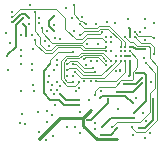
<source format=gbr>
%TF.GenerationSoftware,KiCad,Pcbnew,8.0.7*%
%TF.CreationDate,2025-01-06T01:22:00-08:00*%
%TF.ProjectId,Miniscope-v4-Wire-Free,4d696e69-7363-46f7-9065-2d76342d5769,rev?*%
%TF.SameCoordinates,Original*%
%TF.FileFunction,Copper,L5,Inr*%
%TF.FilePolarity,Positive*%
%FSLAX46Y46*%
G04 Gerber Fmt 4.6, Leading zero omitted, Abs format (unit mm)*
G04 Created by KiCad (PCBNEW 8.0.7) date 2025-01-06 01:22:00*
%MOMM*%
%LPD*%
G01*
G04 APERTURE LIST*
%TA.AperFunction,ViaPad*%
%ADD10C,0.254000*%
%TD*%
%TA.AperFunction,ViaPad*%
%ADD11C,0.304800*%
%TD*%
%TA.AperFunction,Conductor*%
%ADD12C,0.101600*%
%TD*%
%TA.AperFunction,Conductor*%
%ADD13C,0.152400*%
%TD*%
%TA.AperFunction,Conductor*%
%ADD14C,0.254000*%
%TD*%
G04 APERTURE END LIST*
D10*
%TO.N,Net-(Q2-Pad1)*%
X85620800Y-58472400D03*
X86630160Y-60112368D03*
%TO.N,Net-(R22-Pad1)*%
X84046000Y-66989600D03*
D11*
X82598200Y-67540200D03*
%TO.N,GND*%
X86131000Y-67544900D03*
X83210000Y-61537800D03*
X81051000Y-68497400D03*
X83946500Y-60170600D03*
X83819600Y-69551500D03*
X85474133Y-59612893D03*
X82090200Y-63476200D03*
X88417000Y-59963000D03*
X85032200Y-68810200D03*
X82079700Y-63988900D03*
X83349700Y-68357700D03*
X82625800Y-69275800D03*
X81889200Y-58464400D03*
X83932200Y-66033600D03*
X85722400Y-68835600D03*
X91615200Y-69707000D03*
X89318700Y-67316300D03*
X86446800Y-64941400D03*
X90282200Y-64535000D03*
X92060200Y-69335600D03*
X83556203Y-64504598D03*
X81127200Y-62274400D03*
X83957611Y-64010396D03*
X81571700Y-61131400D03*
X81114500Y-65779600D03*
D10*
X89982200Y-62398200D03*
X88782200Y-62398200D03*
X81317700Y-60077300D03*
X90382200Y-63198200D03*
X88782200Y-62398200D03*
X89982200Y-62398200D03*
D11*
%TO.N,/SD_DAT2*%
X79844500Y-60890100D03*
%TO.N,/SD_DAT3*%
X80187400Y-61741000D03*
%TO.N,/SD_DAT0*%
X82067000Y-61017100D03*
%TO.N,/SD_CMD*%
X79971500Y-62769700D03*
D10*
X81305000Y-59569300D03*
D11*
%TO.N,/SD_CLK*%
X81130607Y-61000993D03*
%TO.N,/SD_DAT1*%
X80352500Y-59937600D03*
D10*
X81813000Y-59582000D03*
D11*
%TO.N,/USB_VBUS*%
X86933200Y-66502800D03*
%TO.N,/SWCLK*%
X86154200Y-60123400D03*
D10*
X89982200Y-61998200D03*
D11*
%TO.N,/SWDIO*%
X86116600Y-61029800D03*
D10*
X89582200Y-61998200D03*
D11*
%TO.N,+1V8*%
X84160800Y-63595200D03*
X91676174Y-59683600D03*
X81508200Y-68522800D03*
X87920000Y-65805000D03*
X84465600Y-66006475D03*
X81114500Y-63447200D03*
X91145275Y-68904400D03*
X88021597Y-68785053D03*
X85664425Y-60683005D03*
X91676198Y-62223610D03*
X82143200Y-62210900D03*
X82706100Y-60017900D03*
D10*
X86726200Y-61766400D03*
X89182200Y-62798200D03*
X90383800Y-62798200D03*
X86054800Y-66490800D03*
X86726200Y-61766400D03*
X90730600Y-68021100D03*
X92330200Y-66405000D03*
X90382200Y-61998200D03*
X89182200Y-62798200D03*
X89982200Y-62798200D03*
D11*
%TO.N,/SPI1_MOSI*%
X83451300Y-64966800D03*
D10*
X88782200Y-61198200D03*
X88782200Y-61198200D03*
D11*
%TO.N,/SPI1_MISO*%
X83787717Y-65298375D03*
D10*
X88382200Y-61198200D03*
X88382200Y-61198200D03*
%TO.N,/SPI1_SCK*%
X88782200Y-61598200D03*
X85787754Y-65731537D03*
X88782200Y-61598200D03*
X85787754Y-65731537D03*
%TO.N,/SPI1_NSS*%
X87640600Y-61791800D03*
X86052254Y-65470590D03*
X86052254Y-65490537D03*
X87640600Y-61791800D03*
D11*
%TO.N,/SDMMC1_D0*%
X82884880Y-60430360D03*
D10*
X88382200Y-61598200D03*
D11*
%TO.N,/SDMMC1_D1*%
X82675813Y-59581213D03*
X83982160Y-61273640D03*
%TO.N,/SDMMC1_D3*%
X84454600Y-61359968D03*
X80365202Y-59074000D03*
%TO.N,/SDMMC1_CMD*%
X80377900Y-59505800D03*
D10*
X87982200Y-60798200D03*
%TO.N,/SDMMC1_D2*%
X82309000Y-59073300D03*
X88382200Y-61998200D03*
D11*
%TO.N,/SDMMC1_CK*%
X82346400Y-61461600D03*
D10*
X88382200Y-62398200D03*
D11*
%TO.N,+3V3*%
X80035000Y-63950800D03*
X83792000Y-67802000D03*
X83946500Y-60720600D03*
X81114500Y-62833200D03*
X81216100Y-67684600D03*
X83311500Y-60720600D03*
X83652687Y-65681699D03*
X82259295Y-65741708D03*
X91424700Y-64644610D03*
D10*
X81813000Y-60077300D03*
X83946600Y-59416900D03*
X83551200Y-61995000D03*
X92365000Y-60039200D03*
D11*
X83294600Y-69890800D03*
D10*
X83946600Y-59416900D03*
X92365000Y-60039200D03*
X89901200Y-65144600D03*
X81813000Y-60077300D03*
X83551200Y-61995000D03*
D11*
%TO.N,/LED_PWM*%
X91245317Y-60771100D03*
%TO.N,VDC*%
X87043200Y-67349700D03*
X82625800Y-69830900D03*
X89307600Y-69800400D03*
%TO.N,/ENT*%
X90290855Y-60437692D03*
D10*
X90380880Y-61198200D03*
D11*
%TO.N,/VDD_PIX*%
X85546000Y-64489600D03*
X83627400Y-63519002D03*
D10*
X86046000Y-66989600D03*
X85546800Y-62490300D03*
D11*
%TO.N,Net-(C3-Pad2)*%
X87808100Y-66367500D03*
D10*
X90601400Y-66808300D03*
D11*
%TO.N,Net-(C4-Pad2)*%
X90857000Y-66367500D03*
%TO.N,/VDDA*%
X89129800Y-60025800D03*
%TO.N,Net-(R1-Pad1)*%
X87449600Y-68480000D03*
%TO.N,Net-(D2-Pad1)*%
X82191800Y-65254200D03*
D10*
X84960400Y-58701000D03*
X84960400Y-58701000D03*
D11*
%TO.N,/RESET_N*%
X84480000Y-65346075D03*
X86614267Y-63531700D03*
%TO.N,/TRIGGER0*%
X87550000Y-63250000D03*
X84165513Y-65676275D03*
%TO.N,/MONITOR0*%
X83334800Y-67471800D03*
D10*
X87475000Y-60072600D03*
X87475000Y-60072600D03*
D11*
%TO.N,/BAT+*%
X86125873Y-69346527D03*
%TO.N,Net-(L1-Pad1)*%
X87945402Y-69462600D03*
D10*
X89280600Y-68903800D03*
D11*
%TO.N,Net-(L2-Pad1)*%
X90614100Y-69513400D03*
%TO.N,/XIN32*%
X91628400Y-60466300D03*
%TO.N,/XOUT32*%
X90167400Y-59640800D03*
%TO.N,/VDDCORE*%
X91589800Y-62993600D03*
%TO.N,/nRESET*%
X87437400Y-66084400D03*
D10*
X90382200Y-62398200D03*
D11*
%TO.N,Net-(L5-Pad2)*%
X91615200Y-61410790D03*
%TO.N,/CLK1_OUT*%
X84150000Y-63150000D03*
X87058100Y-63224392D03*
D10*
%TO.N,/PCC_DEN2*%
X85546800Y-64992200D03*
X88382200Y-63198200D03*
%TO.N,/PCC_DATA0*%
X88382200Y-63598200D03*
X86471360Y-63041480D03*
%TO.N,/PCC_DEN1*%
X88782200Y-63198200D03*
X86046000Y-64989600D03*
%TO.N,/PCC_DATA1*%
X85046000Y-63489600D03*
X87250000Y-63836500D03*
%TO.N,/PCC_DATA3*%
X85045999Y-63988900D03*
X89182200Y-63198200D03*
%TO.N,/PCC_DATA2*%
X87423389Y-64153977D03*
X85546800Y-63493600D03*
%TO.N,/PCC_DATA5*%
X89153600Y-64042800D03*
X89582200Y-62798200D03*
X89153600Y-64042800D03*
X89582200Y-62798200D03*
%TO.N,/PCC_DATA4*%
X85724600Y-64141300D03*
X89582200Y-63198200D03*
D11*
%TO.N,/ADC0*%
X90536200Y-68776800D03*
D10*
X89982200Y-61198200D03*
D11*
%TO.N,/PCC_DATA7*%
X84175200Y-65002360D03*
D10*
X87462800Y-64921080D03*
X89982200Y-63198200D03*
%TO.N,/PCC_DATA6*%
X85048960Y-64494360D03*
X87056400Y-64916000D03*
X87056400Y-64916000D03*
X85048960Y-64494360D03*
%TO.N,/I2C_BB_SDA*%
X92381000Y-62595000D03*
X90782200Y-61198200D03*
%TO.N,/I2C_BB_SCL*%
X90782200Y-60798200D03*
X92402600Y-61317200D03*
D11*
%TO.N,/I_LED*%
X92123196Y-65025600D03*
%TO.N,/UART_RX*%
X91704600Y-68319600D03*
D10*
X89557454Y-64106237D03*
X89547946Y-64013589D03*
D11*
%TO.N,/UART_TX*%
X91441871Y-67629458D03*
D10*
X89582200Y-62398200D03*
X89582200Y-62398200D03*
D11*
%TO.N,/SD_DET*%
X86281200Y-59488402D03*
D10*
%TO.N,/PUSH_BUT_MCU*%
X91424700Y-65093500D03*
X89280600Y-65863790D03*
%TO.N,Net-(R17-Pad1)*%
X88491000Y-66473400D03*
X86738400Y-68213300D03*
%TO.N,/3V3_EN*%
X90917200Y-64255600D03*
X90730600Y-67621100D03*
D11*
%TO.N,/nCHRG*%
X88872000Y-68810200D03*
X87398800Y-68962600D03*
D10*
X91692116Y-63424684D03*
%TD*%
D12*
%TO.N,Net-(Q2-Pad1)*%
X86160291Y-59818599D02*
X86336391Y-59818599D01*
X85620800Y-59279108D02*
X86160291Y-59818599D01*
X86336391Y-59818599D02*
X86630160Y-60112368D01*
X85620800Y-58472400D02*
X85620800Y-59279108D01*
D13*
%TO.N,GND*%
X81317700Y-60077300D02*
X81571700Y-60331300D01*
X90382200Y-64435000D02*
X90282200Y-64535000D01*
X81571700Y-60331300D02*
X81571700Y-61131400D01*
X90382200Y-63198200D02*
X90382200Y-64435000D01*
%TO.N,/SD_CMD*%
X81305000Y-59569300D02*
X80708100Y-60166200D01*
X80708100Y-60166200D02*
X80708100Y-62018700D01*
X80708100Y-62018700D02*
X79971500Y-62755300D01*
X79971500Y-62755300D02*
X79971500Y-62769700D01*
%TO.N,/SD_DAT1*%
X81158695Y-59264499D02*
X80485594Y-59937600D01*
X81495499Y-59264499D02*
X81158695Y-59264499D01*
X81813000Y-59582000D02*
X81495499Y-59264499D01*
X80485594Y-59937600D02*
X80352500Y-59937600D01*
D12*
%TO.N,/SWCLK*%
X87615200Y-60420200D02*
X86451000Y-60420200D01*
X87767600Y-60267800D02*
X87615200Y-60420200D01*
X88605800Y-60267800D02*
X87767600Y-60267800D01*
X89982200Y-61998200D02*
X89982200Y-61644200D01*
X89982200Y-61644200D02*
X88605800Y-60267800D01*
X86451000Y-60420200D02*
X86154200Y-60123400D01*
%TO.N,/SWDIO*%
X89582200Y-61998200D02*
X89582200Y-61554143D01*
X87843800Y-60496400D02*
X87640600Y-60699600D01*
X88524457Y-60496400D02*
X87843800Y-60496400D01*
X89582200Y-61554143D02*
X88524457Y-60496400D01*
X87640600Y-60699600D02*
X86472200Y-60699600D01*
X86142000Y-61029800D02*
X86116600Y-61029800D01*
X86472200Y-60699600D02*
X86142000Y-61029800D01*
D13*
%TO.N,+1V8*%
X90618102Y-61998200D02*
X90843512Y-62223610D01*
X92330200Y-68182698D02*
X91608498Y-68904400D01*
X90730600Y-68021100D02*
X88785550Y-68021100D01*
X91608498Y-68904400D02*
X91145275Y-68904400D01*
X90843512Y-62223610D02*
X91676198Y-62223610D01*
X88785550Y-68021100D02*
X88021597Y-68785053D01*
X84949925Y-66490800D02*
X84465600Y-66006475D01*
X92330200Y-66405000D02*
X92330200Y-68182698D01*
X90382200Y-61998200D02*
X90618102Y-61998200D01*
X90383800Y-62798200D02*
X89982200Y-62798200D01*
X86054800Y-66490800D02*
X84949925Y-66490800D01*
D12*
%TO.N,/SDMMC1_D0*%
X88042400Y-61258400D02*
X86751600Y-61258400D01*
X82884880Y-60757646D02*
X82884880Y-60430360D01*
X88382200Y-61598200D02*
X88042400Y-61258400D01*
X86751600Y-61258400D02*
X86345222Y-61664778D01*
X88382200Y-61598200D02*
X88377578Y-61593578D01*
X86345222Y-61664778D02*
X83792012Y-61664778D01*
X83792012Y-61664778D02*
X82884880Y-60757646D01*
%TO.N,/SDMMC1_CMD*%
X81089801Y-58793899D02*
X84134699Y-58793899D01*
X84134699Y-58793899D02*
X84897400Y-59556600D01*
X87801400Y-60979000D02*
X87982200Y-60798200D01*
X85761000Y-61385400D02*
X86294400Y-61385400D01*
X84897400Y-59556600D02*
X84897400Y-60521800D01*
X86700800Y-60979000D02*
X87801400Y-60979000D01*
X84897400Y-60521800D02*
X85761000Y-61385400D01*
X80377900Y-59505800D02*
X81089801Y-58793899D01*
X86294400Y-61385400D02*
X86700800Y-60979000D01*
%TO.N,/SDMMC1_D2*%
X86545839Y-62106739D02*
X88273661Y-62106739D01*
X88273661Y-62106739D02*
X88382200Y-61998200D01*
X84135411Y-61867989D02*
X86307089Y-61867989D01*
X86307089Y-61867989D02*
X86545839Y-62106739D01*
X82778200Y-61806200D02*
X83297200Y-62325200D01*
X82309000Y-60702840D02*
X82778200Y-61172040D01*
X83297200Y-62325200D02*
X83678200Y-62325200D01*
X83678200Y-62325200D02*
X84135411Y-61867989D01*
X82778200Y-61172040D02*
X82778200Y-61806200D01*
X82309000Y-59073300D02*
X82309000Y-60702840D01*
%TO.N,/SDMMC1_CK*%
X83779800Y-62579200D02*
X84287800Y-62071200D01*
X82346400Y-61780800D02*
X83144800Y-62579200D01*
X86406150Y-62309950D02*
X88181332Y-62309950D01*
X83144800Y-62579200D02*
X83779800Y-62579200D01*
X86167400Y-62071200D02*
X86406150Y-62309950D01*
X84287800Y-62071200D02*
X86167400Y-62071200D01*
X88181332Y-62309950D02*
X88269582Y-62398200D01*
X88269582Y-62398200D02*
X88382200Y-62398200D01*
X82346400Y-61461600D02*
X82346400Y-61780800D01*
D13*
%TO.N,+3V3*%
X91366390Y-64644610D02*
X91424700Y-64644610D01*
X83525800Y-59837700D02*
X83946600Y-59416900D01*
X83946500Y-60720600D02*
X83525800Y-60299900D01*
X90866400Y-65144600D02*
X91366390Y-64644610D01*
X83525800Y-60299900D02*
X83525800Y-59837700D01*
X89901200Y-65144600D02*
X90866400Y-65144600D01*
D14*
%TO.N,VDC*%
X87043200Y-67349700D02*
X86382799Y-68010101D01*
X89256399Y-69851601D02*
X89307600Y-69800400D01*
X82625800Y-69830900D02*
X84446599Y-68010101D01*
X86382799Y-68010101D02*
X86382799Y-68688281D01*
X86382799Y-68688281D02*
X87546119Y-69851601D01*
X87546119Y-69851601D02*
X89256399Y-69851601D01*
X84446599Y-68010101D02*
X86382799Y-68010101D01*
D13*
%TO.N,/ENT*%
X90380880Y-61198200D02*
X90380880Y-60527717D01*
X90380880Y-60527717D02*
X90290855Y-60437692D01*
%TO.N,/VDD_PIX*%
X83048900Y-64097502D02*
X83627400Y-63519002D01*
X83614200Y-66498800D02*
X83048900Y-65933500D01*
X84325400Y-66498800D02*
X83614200Y-66498800D01*
D12*
X85546800Y-62490300D02*
X84249700Y-62490300D01*
D13*
X84816200Y-66989600D02*
X84325400Y-66498800D01*
D12*
X84249700Y-62490300D02*
X83627400Y-63112600D01*
D13*
X86046000Y-66989600D02*
X84816200Y-66989600D01*
D12*
X83627400Y-63112600D02*
X83627400Y-63519002D01*
D13*
X83048900Y-65933500D02*
X83048900Y-64097502D01*
%TO.N,Net-(C3-Pad2)*%
X90601400Y-66782900D02*
X89987100Y-66168600D01*
X90601400Y-66808300D02*
X90601400Y-66782900D01*
X89987100Y-66168600D02*
X88007000Y-66168600D01*
X88007000Y-66168600D02*
X87808100Y-66367500D01*
%TO.N,Net-(L1-Pad1)*%
X88721800Y-69462600D02*
X87945402Y-69462600D01*
X89280600Y-68903800D02*
X88721800Y-69462600D01*
D12*
%TO.N,/nRESET*%
X91005600Y-63760800D02*
X90794901Y-63971499D01*
X89647200Y-64839800D02*
X89067700Y-65419300D01*
X90794901Y-63971499D02*
X90787787Y-63971499D01*
X90536200Y-64839800D02*
X89647200Y-64839800D01*
X91005600Y-63021600D02*
X91005600Y-63760800D01*
X87746900Y-65419300D02*
X87437400Y-65728800D01*
X90787787Y-63971499D02*
X90637800Y-64121486D01*
X90637800Y-64121486D02*
X90637800Y-64738200D01*
X87437400Y-65728800D02*
X87437400Y-66084400D01*
X90382200Y-62398200D02*
X91005600Y-63021600D01*
X90637800Y-64738200D02*
X90536200Y-64839800D01*
X89067700Y-65419300D02*
X87746900Y-65419300D01*
%TO.N,/PCC_DEN2*%
X84745000Y-63341200D02*
X84745000Y-64687400D01*
X84745000Y-64687400D02*
X85049800Y-64992200D01*
X86385829Y-62716371D02*
X86091211Y-63010989D01*
X85049800Y-64992200D02*
X85546800Y-64992200D01*
X85075211Y-63010989D02*
X84745000Y-63341200D01*
X86091211Y-63010989D02*
X85075211Y-63010989D01*
X88382200Y-63198200D02*
X87900371Y-62716371D01*
X87900371Y-62716371D02*
X86385829Y-62716371D01*
%TO.N,/PCC_DATA0*%
X88382200Y-63598200D02*
X87703582Y-62919582D01*
X86593258Y-62919582D02*
X86471360Y-63041480D01*
X87703582Y-62919582D02*
X86593258Y-62919582D01*
%TO.N,/PCC_DEN1*%
X86043000Y-64989600D02*
X86046000Y-64989600D01*
X85964222Y-62807778D02*
X84948222Y-62807778D01*
X84530800Y-63225200D02*
X84530800Y-64778420D01*
X86258840Y-62513160D02*
X85964222Y-62807778D01*
X88782200Y-63198200D02*
X88097160Y-62513160D01*
X84948222Y-62807778D02*
X84530800Y-63225200D01*
X84530800Y-64778420D02*
X85074780Y-65322400D01*
X85710200Y-65322400D02*
X86043000Y-64989600D01*
X88097160Y-62513160D02*
X86258840Y-62513160D01*
X85074780Y-65322400D02*
X85710200Y-65322400D01*
%TO.N,/PCC_DATA1*%
X85046000Y-63489600D02*
X85321401Y-63214199D01*
X85864199Y-63214199D02*
X86486500Y-63836500D01*
X86486500Y-63836500D02*
X87250000Y-63836500D01*
X85321401Y-63214199D02*
X85864199Y-63214199D01*
%TO.N,/PCC_DATA3*%
X85211099Y-63823800D02*
X85823800Y-63823800D01*
X85045999Y-63988900D02*
X85211099Y-63823800D01*
X85823800Y-63823800D02*
X86433387Y-64433387D01*
X86433387Y-64433387D02*
X87947013Y-64433387D01*
X87947013Y-64433387D02*
X89182200Y-63198200D01*
%TO.N,/PCC_DATA2*%
X85793600Y-63493600D02*
X86453977Y-64153977D01*
X85546800Y-63493600D02*
X85793600Y-63493600D01*
X86453977Y-64153977D02*
X87423389Y-64153977D01*
%TO.N,/PCC_DATA4*%
X86219898Y-64636598D02*
X88143802Y-64636598D01*
X85724600Y-64141300D02*
X86219898Y-64636598D01*
X88143802Y-64636598D02*
X89582200Y-63198200D01*
%TO.N,/ADC0*%
X91925228Y-61918810D02*
X92034800Y-62028382D01*
X90536200Y-68878400D02*
X90536200Y-68776800D01*
X90917200Y-69259400D02*
X90536200Y-68878400D01*
X89982200Y-61198200D02*
X90398000Y-61614000D01*
X92034800Y-62028382D02*
X92034800Y-62987494D01*
X90398000Y-61614000D02*
X90661306Y-61614000D01*
X90966116Y-61918810D02*
X91925228Y-61918810D01*
X92034800Y-62987494D02*
X92682000Y-63634694D01*
X91653800Y-69259400D02*
X90917200Y-69259400D01*
X92682000Y-63634694D02*
X92682000Y-68231200D01*
X92682000Y-68231200D02*
X91653800Y-69259400D01*
X90661306Y-61614000D02*
X90966116Y-61918810D01*
%TO.N,/PCC_DATA7*%
X89982200Y-63198200D02*
X89982200Y-64149200D01*
X89210320Y-64921080D02*
X87462800Y-64921080D01*
X89982200Y-64149200D02*
X89210320Y-64921080D01*
%TO.N,/I2C_BB_SDA*%
X92085600Y-61715600D02*
X91299600Y-61715600D01*
X92381000Y-62011000D02*
X92085600Y-61715600D01*
X92381000Y-62595000D02*
X92381000Y-62011000D01*
X91299600Y-61715600D02*
X90782200Y-61198200D01*
X90857000Y-61198200D02*
X90782200Y-61198200D01*
%TO.N,/I2C_BB_SCL*%
X91059901Y-61075901D02*
X90782200Y-60798200D01*
X92402600Y-61317200D02*
X92161301Y-61075901D01*
X92161301Y-61075901D02*
X91059901Y-61075901D01*
D13*
%TO.N,/PUSH_BUT_MCU*%
X90654410Y-65863790D02*
X91424700Y-65093500D01*
X89280600Y-65863790D02*
X90654410Y-65863790D01*
%TO.N,Net-(R17-Pad1)*%
X86743100Y-68218000D02*
X86738400Y-68213300D01*
X88491000Y-66473400D02*
X88491000Y-66758000D01*
X87031000Y-68218000D02*
X86743100Y-68218000D01*
X88491000Y-66758000D02*
X87031000Y-68218000D01*
%TO.N,/3V3_EN*%
X91767599Y-64450501D02*
X91572698Y-64255600D01*
X91572698Y-64255600D02*
X90917200Y-64255600D01*
X90730600Y-67621100D02*
X91767599Y-66584101D01*
X91767599Y-66584101D02*
X91767599Y-64450501D01*
D12*
%TO.N,/nCHRG*%
X89301328Y-68380872D02*
X88872000Y-68810200D01*
X91192222Y-68380872D02*
X89301328Y-68380872D01*
X92466600Y-64199168D02*
X92466600Y-65500200D01*
X92034800Y-67538294D02*
X91192222Y-68380872D01*
X92034800Y-65932000D02*
X92034800Y-67538294D01*
X92466600Y-65500200D02*
X92034800Y-65932000D01*
X91692116Y-63424684D02*
X92466600Y-64199168D01*
%TD*%
M02*

</source>
